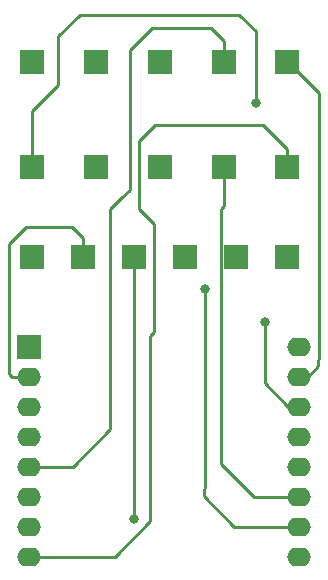
<source format=gbr>
%TF.GenerationSoftware,KiCad,Pcbnew,7.0.8*%
%TF.CreationDate,2024-06-05T08:03:03+02:00*%
%TF.ProjectId,ESP32-CAM_1,45535033-322d-4434-914d-5f312e6b6963,rev?*%
%TF.SameCoordinates,Original*%
%TF.FileFunction,Copper,L1,Top*%
%TF.FilePolarity,Positive*%
%FSLAX46Y46*%
G04 Gerber Fmt 4.6, Leading zero omitted, Abs format (unit mm)*
G04 Created by KiCad (PCBNEW 7.0.8) date 2024-06-05 08:03:03*
%MOMM*%
%LPD*%
G01*
G04 APERTURE LIST*
%TA.AperFunction,ComponentPad*%
%ADD10O,2.000000X1.600000*%
%TD*%
%TA.AperFunction,ComponentPad*%
%ADD11R,2.000000X2.000000*%
%TD*%
%TA.AperFunction,ViaPad*%
%ADD12C,0.800000*%
%TD*%
%TA.AperFunction,Conductor*%
%ADD13C,0.250000*%
%TD*%
G04 APERTURE END LIST*
D10*
%TO.P,U9,9*%
%TO.N,Net-(U17-Pad1)*%
X206700000Y-121930000D03*
%TO.P,U9,10*%
%TO.N,Net-(U16-Pad1)*%
X206700000Y-119390000D03*
%TO.P,U9,11*%
%TO.N,Net-(U15-Pad1)*%
X206700000Y-116850000D03*
%TO.P,U9,12*%
%TO.N,Net-(U14-Pad1)*%
X206700000Y-114310000D03*
%TO.P,U9,13*%
%TO.N,Net-(U13-Pad1)*%
X206700000Y-111770000D03*
%TO.P,U9,14*%
%TO.N,Net-(U12-Pad1)*%
X206700000Y-109230000D03*
%TO.P,U9,15*%
%TO.N,Net-(U11-Pad1)*%
X206700000Y-106690000D03*
%TO.P,U9,16*%
%TO.N,Net-(U10-Pad1)*%
X206700000Y-104150000D03*
%TO.P,U9,2*%
%TO.N,Net-(U2-Pad1)*%
X183840000Y-106690000D03*
D11*
%TO.P,U9,1*%
%TO.N,Net-(U1-Pad1)*%
X183840000Y-104150000D03*
D10*
%TO.P,U9,4*%
%TO.N,Net-(U4-Pad1)*%
X183840000Y-111770000D03*
%TO.P,U9,5*%
%TO.N,Net-(U5-Pad1)*%
X183840000Y-114310000D03*
%TO.P,U9,3*%
%TO.N,Net-(U3-Pad1)*%
X183840000Y-109230000D03*
%TO.P,U9,6*%
%TO.N,Net-(U6-Pad1)*%
X183840000Y-116850000D03*
%TO.P,U9,7*%
%TO.N,Net-(U7-Pad1)*%
X183840000Y-119390000D03*
%TO.P,U9,8*%
%TO.N,Net-(U8-Pad1)*%
X183840000Y-121930000D03*
%TD*%
D11*
%TO.P,Vcc,1*%
%TO.N,Net-(U1-Pad1)*%
X184150000Y-96520000D03*
%TD*%
%TO.P,GND,1*%
%TO.N,Net-(U2-Pad1)*%
X188468000Y-96520000D03*
%TD*%
%TO.P,GPIO 12,1*%
%TO.N,Net-(U3-Pad1)*%
X184150000Y-80010000D03*
%TD*%
%TO.P,GPIO 13,1*%
%TO.N,Net-(U4-Pad1)*%
X189547500Y-80010000D03*
%TD*%
%TO.P,GPIO 15,1*%
%TO.N,Net-(U5-Pad1)*%
X200342500Y-80010000D03*
%TD*%
%TO.P,GPIO 14,1*%
%TO.N,Net-(U6-Pad1)*%
X194945000Y-80010000D03*
%TD*%
%TO.P,GPIO 2,1*%
%TO.N,Net-(U7-Pad1)*%
X194945000Y-88900000D03*
%TD*%
%TO.P,GPIO 4,1*%
%TO.N,Net-(U8-Pad1)*%
X205740000Y-88900000D03*
%TD*%
%TO.P,3\u002C3V,1*%
%TO.N,Net-(U10-Pad1)*%
X201422000Y-96520000D03*
%TD*%
%TO.P,GPIO 16,1*%
%TO.N,Net-(U11-Pad1)*%
X205740000Y-80010000D03*
%TD*%
%TO.P,GPIO 0,1*%
%TO.N,Net-(U12-Pad1)*%
X184150000Y-88900000D03*
%TD*%
%TO.P,GND,1*%
%TO.N,Net-(U13-Pad1)*%
X197104000Y-96520000D03*
%TD*%
%TO.P,3\u002C3V,1*%
%TO.N,Net-(U14-Pad1)*%
X205740000Y-96520000D03*
%TD*%
%TO.P,GPIO 3,1*%
%TO.N,Net-(U15-Pad1)*%
X200342500Y-88900000D03*
%TD*%
%TO.P,GPIO 1,1*%
%TO.N,Net-(U16-Pad1)*%
X189547500Y-88900000D03*
%TD*%
%TO.P,GND,1*%
%TO.N,Net-(U17-Pad1)*%
X192786000Y-96520000D03*
%TD*%
D12*
%TO.N,Net-(U12-Pad1)*%
X203050000Y-83550000D03*
X203850000Y-102050000D03*
%TO.N,Net-(U16-Pad1)*%
X198750000Y-99250000D03*
%TO.N,Net-(U17-Pad1)*%
X192786000Y-118764000D03*
%TD*%
D13*
%TO.N,Net-(U2-Pad1)*%
X188468000Y-96520000D02*
X188468000Y-94968000D01*
X188468000Y-94968000D02*
X187550000Y-94050000D01*
X183600000Y-94050000D02*
X182200000Y-95450000D01*
X187550000Y-94050000D02*
X183600000Y-94050000D01*
X182200000Y-95450000D02*
X182200000Y-106450000D01*
X182440000Y-106690000D02*
X183840000Y-106690000D01*
X182200000Y-106450000D02*
X182440000Y-106690000D01*
%TO.N,Net-(U5-Pad1)*%
X183840000Y-114310000D02*
X187590000Y-114310000D01*
X187590000Y-114310000D02*
X190750000Y-111150000D01*
X190750000Y-111150000D02*
X190750000Y-92450000D01*
X190750000Y-92450000D02*
X191650000Y-91550000D01*
X191650000Y-91550000D02*
X191700000Y-91550000D01*
X191700000Y-91550000D02*
X192400000Y-90850000D01*
X192400000Y-90850000D02*
X192400000Y-79050000D01*
X192400000Y-79050000D02*
X194250000Y-77200000D01*
X194250000Y-77200000D02*
X199300000Y-77200000D01*
X200342500Y-78242500D02*
X200342500Y-80010000D01*
X199300000Y-77200000D02*
X200342500Y-78242500D01*
%TO.N,Net-(U8-Pad1)*%
X183840000Y-121930000D02*
X191120000Y-121930000D01*
X194111001Y-118938999D02*
X194111001Y-103238999D01*
X191120000Y-121930000D02*
X194111001Y-118938999D01*
X194111001Y-103238999D02*
X194450000Y-102900000D01*
X194450000Y-102900000D02*
X194450000Y-93750000D01*
X194450000Y-93750000D02*
X193150000Y-92450000D01*
X193150000Y-88900000D02*
X193200000Y-88850000D01*
X193150000Y-92450000D02*
X193150000Y-88900000D01*
X193200000Y-88850000D02*
X193200000Y-86750000D01*
X193200000Y-86750000D02*
X194550000Y-85400000D01*
X194550000Y-85400000D02*
X203700000Y-85400000D01*
X205740000Y-87440000D02*
X205740000Y-88900000D01*
X203700000Y-85400000D02*
X205740000Y-87440000D01*
%TO.N,Net-(U11-Pad1)*%
X205740000Y-80010000D02*
X205760000Y-80010000D01*
X205760000Y-80010000D02*
X208400000Y-82650000D01*
X208400000Y-105200000D02*
X208350000Y-105250000D01*
X208400000Y-82650000D02*
X208400000Y-105200000D01*
X208350000Y-105250000D02*
X208350000Y-105800000D01*
X207460000Y-106690000D02*
X206700000Y-106690000D01*
X208350000Y-105800000D02*
X207460000Y-106690000D01*
%TO.N,Net-(U12-Pad1)*%
X184150000Y-88900000D02*
X184150000Y-84150000D01*
X184150000Y-84150000D02*
X186350000Y-81950000D01*
X186350000Y-81950000D02*
X186350000Y-77850000D01*
X186350000Y-77850000D02*
X188150000Y-76050000D01*
X188150000Y-76050000D02*
X201650000Y-76050000D01*
X203050000Y-77450000D02*
X203050000Y-83550000D01*
X201650000Y-76050000D02*
X203050000Y-77450000D01*
X203850000Y-102050000D02*
X203850000Y-107250000D01*
X205830000Y-109230000D02*
X206700000Y-109230000D01*
X203850000Y-107250000D02*
X205830000Y-109230000D01*
%TO.N,Net-(U15-Pad1)*%
X200342500Y-88900000D02*
X200342500Y-92257500D01*
X200096999Y-92503001D02*
X200096999Y-114096999D01*
X200342500Y-92257500D02*
X200096999Y-92503001D01*
X200096999Y-114096999D02*
X202900000Y-116900000D01*
X206650000Y-116900000D02*
X206700000Y-116850000D01*
X202900000Y-116900000D02*
X206650000Y-116900000D01*
%TO.N,Net-(U16-Pad1)*%
X198750000Y-99250000D02*
X198750000Y-116100000D01*
X198750000Y-116100000D02*
X198650000Y-116200000D01*
X198650000Y-116200000D02*
X198650000Y-116800000D01*
X201240000Y-119390000D02*
X206700000Y-119390000D01*
X198650000Y-116800000D02*
X201240000Y-119390000D01*
%TO.N,Net-(U17-Pad1)*%
X192786000Y-96520000D02*
X192786000Y-118764000D01*
%TD*%
M02*

</source>
